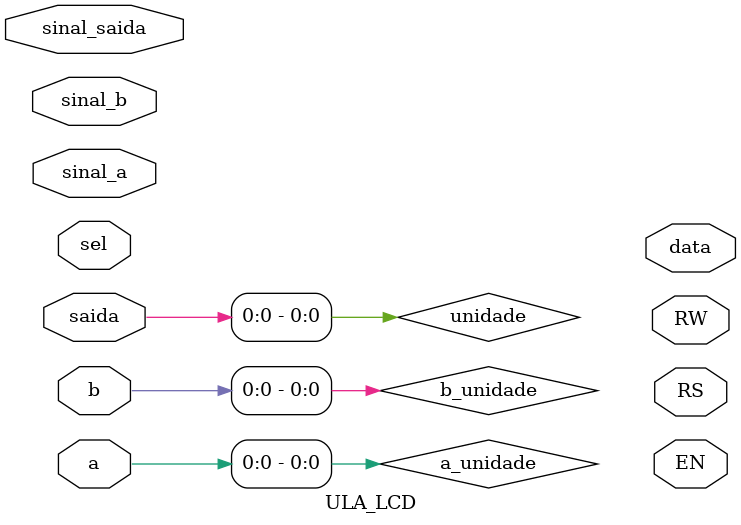
<source format=v>
module ULA_LCD( saida, sinal_saida, a, sinal_a, b, sinal_b, sel, EN, RS, RW, data);
    input [15:0] saida;
    input sinal_saida;
	 input [7:0]a;
	 input sinal_a;
	 input [7:0]b;
	 input sinal_b;
	 input [2:0] sel;
	 output reg EN;
	 output reg RS;
	 output reg RW;
	 output reg [7:0] data;
    reg a_dez_milhar, a_milhar, a_centena, a_dezena, a_unidade;
	 reg b_dez_milhar, b_milhar, b_centena, b_dezena, b_unidade;
	 reg dez_milhar, milhar, centena, unidade, dezena;
	 initial begin
		 a_dez_milhar = (a /10000) % 10;
		 a_milhar = (a /1000) % 10;
		 a_centena = (a /100) % 10;
		 a_dezena = (a /10) % 10;
		 a_unidade = a;
		 
		 b_dez_milhar = (b /10000) % 10;
		 b_milhar = (b /1000) % 10;
		 b_centena = (b /100) % 10;
		 b_dezena = (b /10) % 10;
		 b_unidade = b;
			
		 dez_milhar = (saida /10000) % 10;
		 milhar = (saida /1000) % 10;
		 centena = (saida /100) % 10;
		 dezena = (saida /10) % 10;
		 unidade = saida;
	 end
	
	 reg [5:0] instructions = 0;
	 reg [7:0] oper; 
	 reg [7:0] operA; 
	 reg [7:0] operB; 
	 reg [7:0] operR;
	 
	 always@(*)begin
		case(sel)
			4: begin oper = 8'b00101011; end //Atribui a variável oper, o binario do char '+'
			2: begin oper = 8'b00101101; end //Atribui a variável oper, o binario do char '-'
			1: begin oper = 8'b00101010; end //Atribui a variável oper, o binario do char '*'
		endcase
		
		case(sinal_a)
			1: begin operA = 8'b00101101; end
			default: begin operA = 8'b00100000; end
		endcase
		
		case(sinal_b)
			1: begin operB = 8'b00101101; end
			default: begin operB = 8'b00100000; end
		endcase
		
		case(sinal_saida)
			1: begin operR = 8'b00101101; end
			default: begin operR = 8'b00100000; end
		endcase
	 end
	
	 always@(*) begin
	 case(instructions)
		 0: begin data <= 8'b10000000; RS <= 0; instructions <= instructions + 1;end    //Ir pra posição 0
		 1: begin data <= operA; RS <= 1; instructions <= instructions + 1; end // Printa sinal do num a 
		 2: begin data <= a_dez_milhar; RS <= 1; instructions <= instructions + 1; end //Printa a dezena de milhar
		 3: begin data <= a_milhar; RS <= 1; instructions <= instructions + 1;end //Printa a unidade de milhar
		 4: begin data <= a_centena; RS <= 1; instructions <= instructions + 1;end //Printa a centena
		 5: begin data <= a_unidade; RS <= 1; instructions <= instructions + 1;end //Printa a unidade
		 6: begin data <= 8'b00100000; RS <= 1; instructions <= instructions + 1;end //Printa espaço
		 7: begin data <= oper; RS <= 1; instructions <= instructions + 1;end //Printa o operador
		 8: begin data <= 8'b00100000; RS <= 1; instructions <= instructions + 1;end //Printa espaço
		 9: begin data <= operB; RS <= 1; instructions <= instructions + 1; end // Printa sinal do num b
		 10: begin data <= b_dez_milhar; RS <= 1; instructions <= instructions + 1;end //Printa a dezena de milhar
		 11: begin data <= b_milhar; RS <= 1; instructions <= instructions + 1;end //Printa a unidade de milhar
		 12: begin data <= b_centena; RS <= 1; instructions <= instructions + 1;end //Printa a centena
		 13: begin data <= b_unidade; RS <= 1; instructions <= instructions + 1;end //Printa a unidade
		 14: begin data <= 8'b00111000; RS <= 0; instructions <= instructions + 1;end//Cria segunda linha
		 15: begin data <= 8'b11000000; RS <= 0; instructions <= instructions + 1;end//Vai para o primeiro char da segunda linha
		 16: begin data <= operR; RS <= 1; instructions <= instructions + 1; end // Printa sinal do resultado
		 17: begin data <= dez_milhar; RS <= 1; instructions <= instructions + 1;end //Printa a dezena de milhar
		 18: begin data <= milhar; RS <= 1; instructions <= instructions + 1;end //Printa a unidade de milhar
		 19: begin data <= centena; RS <= 1; instructions <= instructions + 1;end //Printa a centena
		 20: begin data <= unidade; RS <= 1; instructions <= instructions + 1;end //Printa a unidade
		 
	 endcase
	 end
	 
endmodule 
</source>
